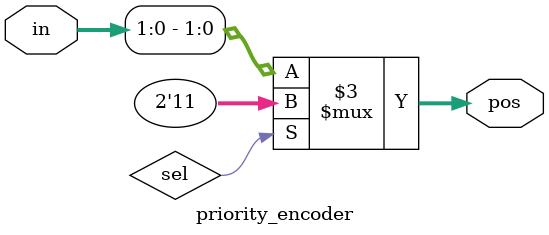
<source format=v>
module priority_encoder( 
input [2:0] in,
output reg [1:0] pos ); 
// When sel=1, assign b to out
always @(in or sel)
begin
	if(sel) pos=2'b11;	// when sel=1, output b
	else pos=in;
end
endmodule

</source>
